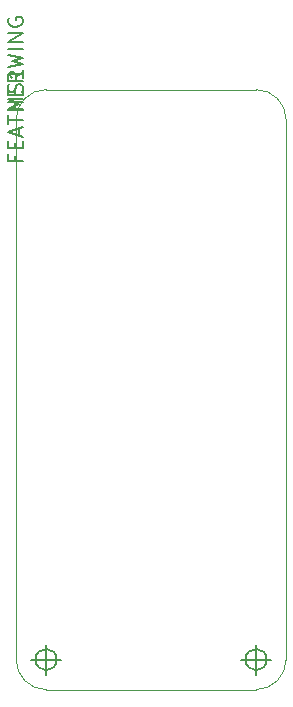
<source format=gbr>
%TF.GenerationSoftware,KiCad,Pcbnew,(5.1.6)-1*%
%TF.CreationDate,2020-11-16T00:09:50-08:00*%
%TF.ProjectId,Wireless-Keyboard,57697265-6c65-4737-932d-4b6579626f61,rev?*%
%TF.SameCoordinates,Original*%
%TF.FileFunction,Legend,Top*%
%TF.FilePolarity,Positive*%
%FSLAX46Y46*%
G04 Gerber Fmt 4.6, Leading zero omitted, Abs format (unit mm)*
G04 Created by KiCad (PCBNEW (5.1.6)-1) date 2020-11-16 00:09:50*
%MOMM*%
%LPD*%
G01*
G04 APERTURE LIST*
%ADD10C,0.100000*%
%ADD11C,0.127000*%
%ADD12C,0.150000*%
G04 APERTURE END LIST*
D10*
%TO.C,MS1*%
X43540000Y-99000000D02*
G75*
G03*
X41000000Y-101540000I0J-2540000D01*
G01*
X63860000Y-101540000D02*
G75*
G03*
X61320000Y-99000000I-2540000J0D01*
G01*
X61320000Y-149800000D02*
G75*
G03*
X63860000Y-147260000I0J2540000D01*
G01*
X41000000Y-147260000D02*
G75*
G03*
X43540000Y-149800000I2540000J0D01*
G01*
D11*
X42270000Y-147260000D02*
X44810000Y-147260000D01*
X43540000Y-145990000D02*
X43540000Y-148530000D01*
X44438026Y-147260000D02*
G75*
G03*
X44438026Y-147260000I-898026J0D01*
G01*
X60050000Y-147260000D02*
X62590000Y-147260000D01*
X61320000Y-145990000D02*
X61320000Y-148530000D01*
X62218026Y-147260000D02*
G75*
G03*
X62218026Y-147260000I-898026J0D01*
G01*
D10*
X61320000Y-99000000D02*
X43540000Y-99000000D01*
X63860000Y-147260000D02*
X63860000Y-101540000D01*
X43540000Y-149800000D02*
X61320000Y-149800000D01*
X41000000Y-101540000D02*
X41000000Y-147260000D01*
D12*
X41574523Y-100632857D02*
X40304523Y-100632857D01*
X41211666Y-100209523D01*
X40304523Y-99786190D01*
X41574523Y-99786190D01*
X41514047Y-99241904D02*
X41574523Y-99060476D01*
X41574523Y-98758095D01*
X41514047Y-98637142D01*
X41453571Y-98576666D01*
X41332619Y-98516190D01*
X41211666Y-98516190D01*
X41090714Y-98576666D01*
X41030238Y-98637142D01*
X40969761Y-98758095D01*
X40909285Y-99000000D01*
X40848809Y-99120952D01*
X40788333Y-99181428D01*
X40667380Y-99241904D01*
X40546428Y-99241904D01*
X40425476Y-99181428D01*
X40365000Y-99120952D01*
X40304523Y-99000000D01*
X40304523Y-98697619D01*
X40365000Y-98516190D01*
X41574523Y-97306666D02*
X41574523Y-98032380D01*
X41574523Y-97669523D02*
X40304523Y-97669523D01*
X40485952Y-97790476D01*
X40606904Y-97911428D01*
X40667380Y-98032380D01*
X40909285Y-104624285D02*
X40909285Y-105047619D01*
X41574523Y-105047619D02*
X40304523Y-105047619D01*
X40304523Y-104442857D01*
X40909285Y-103959047D02*
X40909285Y-103535714D01*
X41574523Y-103354285D02*
X41574523Y-103959047D01*
X40304523Y-103959047D01*
X40304523Y-103354285D01*
X41211666Y-102870476D02*
X41211666Y-102265714D01*
X41574523Y-102991428D02*
X40304523Y-102568095D01*
X41574523Y-102144761D01*
X40304523Y-101902857D02*
X40304523Y-101177142D01*
X41574523Y-101540000D02*
X40304523Y-101540000D01*
X41574523Y-100753809D02*
X40304523Y-100753809D01*
X40909285Y-100753809D02*
X40909285Y-100028095D01*
X41574523Y-100028095D02*
X40304523Y-100028095D01*
X40909285Y-99423333D02*
X40909285Y-99000000D01*
X41574523Y-98818571D02*
X41574523Y-99423333D01*
X40304523Y-99423333D01*
X40304523Y-98818571D01*
X41574523Y-97548571D02*
X40969761Y-97971904D01*
X41574523Y-98274285D02*
X40304523Y-98274285D01*
X40304523Y-97790476D01*
X40365000Y-97669523D01*
X40425476Y-97609047D01*
X40546428Y-97548571D01*
X40727857Y-97548571D01*
X40848809Y-97609047D01*
X40909285Y-97669523D01*
X40969761Y-97790476D01*
X40969761Y-98274285D01*
X40304523Y-97125238D02*
X41574523Y-96822857D01*
X40667380Y-96580952D01*
X41574523Y-96339047D01*
X40304523Y-96036666D01*
X41574523Y-95552857D02*
X40304523Y-95552857D01*
X41574523Y-94948095D02*
X40304523Y-94948095D01*
X41574523Y-94222380D01*
X40304523Y-94222380D01*
X40365000Y-92952380D02*
X40304523Y-93073333D01*
X40304523Y-93254761D01*
X40365000Y-93436190D01*
X40485952Y-93557142D01*
X40606904Y-93617619D01*
X40848809Y-93678095D01*
X41030238Y-93678095D01*
X41272142Y-93617619D01*
X41393095Y-93557142D01*
X41514047Y-93436190D01*
X41574523Y-93254761D01*
X41574523Y-93133809D01*
X41514047Y-92952380D01*
X41453571Y-92891904D01*
X41030238Y-92891904D01*
X41030238Y-93133809D01*
%TD*%
M02*

</source>
